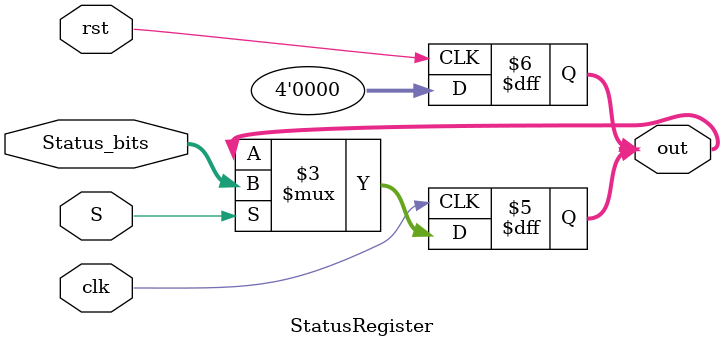
<source format=v>
`timescale 1ns/1ns
module StatusRegister(rst, clk, S, Status_bits, out);
  input rst, clk, S;
  input[3:0] Status_bits;
  output reg[3:0] out;
  
  always@(posedge rst)
    out <= 4'b0;
  always@(negedge clk) begin
    if(S)
      out <= Status_bits;
  end
endmodule
</source>
